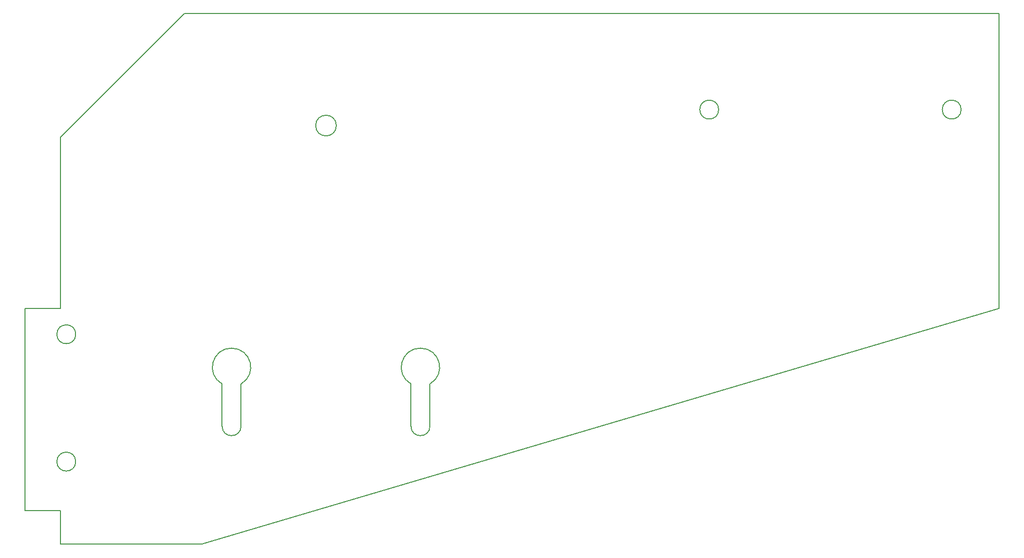
<source format=gbr>
%TF.GenerationSoftware,KiCad,Pcbnew,7.0.0*%
%TF.CreationDate,2023-03-08T15:40:00-05:00*%
%TF.ProjectId,left-side,6c656674-2d73-4696-9465-2e6b69636164,rev?*%
%TF.SameCoordinates,Original*%
%TF.FileFunction,Profile,NP*%
%FSLAX46Y46*%
G04 Gerber Fmt 4.6, Leading zero omitted, Abs format (unit mm)*
G04 Created by KiCad (PCBNEW 7.0.0) date 2023-03-08 15:40:00*
%MOMM*%
%LPD*%
G01*
G04 APERTURE LIST*
%TA.AperFunction,Profile*%
%ADD10C,0.200000*%
%TD*%
G04 APERTURE END LIST*
D10*
X48514000Y-138176000D02*
X48514000Y-172462292D01*
X54514000Y-172462292D02*
X54514000Y-178119146D01*
X75514000Y-88119146D02*
X54514000Y-109119146D01*
X166038628Y-104407873D02*
G75*
G03*
X166038628Y-104407873I-1600000J0D01*
G01*
X85114000Y-150948014D02*
G75*
G03*
X81914000Y-150948014I-1600000J2828868D01*
G01*
X113914000Y-158119146D02*
G75*
G03*
X117114000Y-158119146I1600000J0D01*
G01*
X213514000Y-88119146D02*
X75514000Y-88119146D01*
X101264000Y-107119146D02*
G75*
G03*
X101264000Y-107119146I-1750000J0D01*
G01*
X48514000Y-172462292D02*
X54514000Y-172462292D01*
X113914000Y-150948015D02*
X113914000Y-158119146D01*
X117114000Y-150948014D02*
G75*
G03*
X113914000Y-150948014I-1600000J2828868D01*
G01*
X213514000Y-138119146D02*
X213514000Y-88119146D01*
X54514000Y-178119146D02*
X78514000Y-178119146D01*
X85114000Y-158119146D02*
X85114000Y-150948015D01*
X57114000Y-164119146D02*
G75*
G03*
X57114000Y-164119146I-1600000J0D01*
G01*
X117114000Y-158119146D02*
X117114000Y-150948015D01*
X78514000Y-178119146D02*
X213514000Y-138119146D01*
X57114000Y-142519146D02*
G75*
G03*
X57114000Y-142519146I-1600000J0D01*
G01*
X81914000Y-158119146D02*
G75*
G03*
X85114000Y-158119146I1600000J0D01*
G01*
X54514000Y-109119146D02*
X54514000Y-138176000D01*
X81914000Y-150948015D02*
X81914000Y-158119146D01*
X207114000Y-104407873D02*
G75*
G03*
X207114000Y-104407873I-1600000J0D01*
G01*
X54514000Y-138176000D02*
X48514000Y-138176000D01*
M02*

</source>
